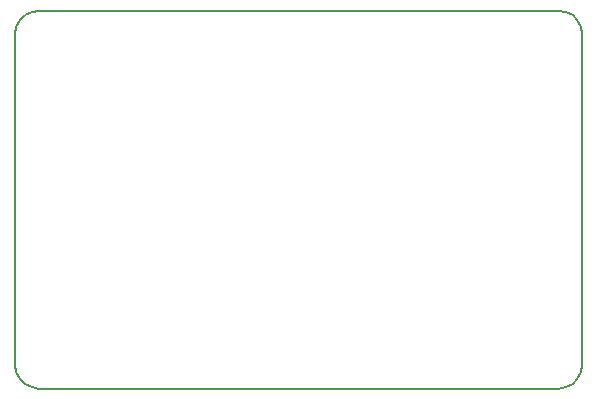
<source format=gm1>
G04 #@! TF.FileFunction,Profile,NP*
%FSLAX46Y46*%
G04 Gerber Fmt 4.6, Leading zero omitted, Abs format (unit mm)*
G04 Created by KiCad (PCBNEW 4.0.6) date Wed Dec 13 01:07:51 2017*
%MOMM*%
%LPD*%
G01*
G04 APERTURE LIST*
%ADD10C,0.100000*%
%ADD11C,0.150000*%
G04 APERTURE END LIST*
D10*
D11*
X116100000Y-123150000D02*
X116500000Y-123550000D01*
X117700000Y-123950000D02*
X117100000Y-123850000D01*
X116100000Y-123150000D02*
X115800000Y-122550000D01*
X115800000Y-122550000D02*
X115700000Y-121950000D01*
X117100000Y-123850000D02*
X116500000Y-123550000D01*
X162300000Y-123850000D02*
X161700000Y-123950000D01*
X162900000Y-123550000D02*
X162300000Y-123850000D01*
X162900000Y-123550000D02*
X163300000Y-123150000D01*
X163700000Y-121950000D02*
X163600000Y-122550000D01*
X163600000Y-122550000D02*
X163300000Y-123150000D01*
X163300000Y-92750000D02*
X162900000Y-92350000D01*
X161700000Y-91950000D02*
X162300000Y-92050000D01*
X162300000Y-92050000D02*
X162900000Y-92350000D01*
X163300000Y-92750000D02*
X163600000Y-93350000D01*
X163600000Y-93350000D02*
X163700000Y-93950000D01*
X116500000Y-92350000D02*
X116100000Y-92750000D01*
X116500000Y-92350000D02*
X117100000Y-92050000D01*
X117100000Y-92050000D02*
X117700000Y-91950000D01*
X115700000Y-93950000D02*
X115800000Y-93350000D01*
X115800000Y-93350000D02*
X116100000Y-92750000D01*
X117700000Y-123950000D02*
X161700000Y-123950000D01*
X117700000Y-91950000D02*
X161700000Y-91950000D01*
X163700000Y-121950000D02*
X163700000Y-93950000D01*
X115700000Y-93950000D02*
X115700000Y-121950000D01*
M02*

</source>
